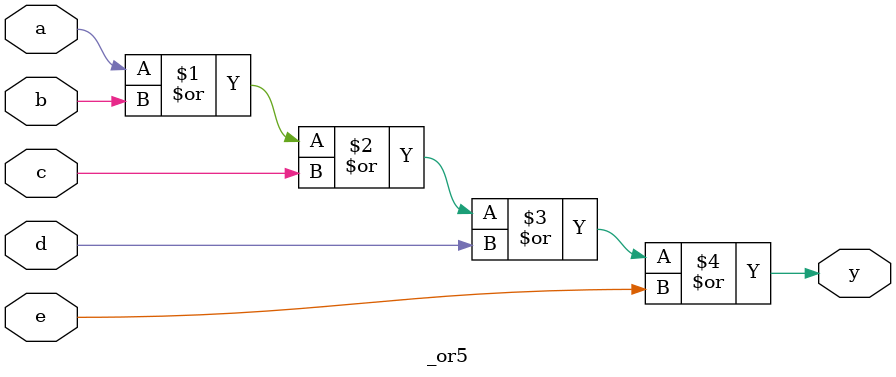
<source format=v>
module _inv(a,y);	//start not gate
input a;				//1input
output y;			//1output
assign y=~a;		//Invert input value.
endmodule			//end not gate

module _nand2(a,b,y);//start 2input nand gate
input a,b;				//2input
output y;				//1output
assign y=~(a&b);		//nand two inputs
endmodule				//end 2input nand gate

module _and2(a,b,y);	//start 2input and gate
input a,b;				//2input
output y;				//1output
assign y=a&b;			//and two inputs
endmodule				//end 2input and gate

module _or2(a,b,y);	//start 2input or gate
input a,b;				//2input
output y;				//1output
assign y=a|b;			//or two inputs
endmodule				//end 2input or gate

module _xor2(a,b,y);	//start 2input xor gate
input a, b;				//2input
output y;				//1output
wire inv_a, inv_b;	//wire inv value a and b
wire w0, w1;			//create w0 and w1
_inv U0_inv(.a(a), .y(inv_a));	//load module inv
_inv U1_inv(.a(b), .y(inv_b));	//load module inv
_and2 U2_and2(.a(inv_a), .b(b), .y(w0));	//load module and
_and2 U3_and2(.a(a),.b(inv_b), .y(w1));	//load module and
_or2 U4_or2(.a(w0), .b(w1),.y(y));			///load module or
endmodule				//end 2input xor gate

module _and3(a,b,c,y);	//start 3input and gate
input a,b,c;				//3input
output y;					//1output
assign y=a&b&c;			//and three inputs
endmodule					//end 3input and gate

module _and4(a,b,c,d,y);//start 4input and gate
input a,b,c,d;				//4input
output y;					//1output
assign y=a&b&c&d;			//and four inputs
endmodule					//end 4input and gate

module _and5(a,b,c,d,e,y);	//start 5input and gate
input a,b,c,d,e;				//5input
output y;						//1output
assign y=a&b&c&d&e;			//and five inputs
endmodule						//end 5input and gate

module _or3(a,b,c,y);	//start 3input or gate
input a,b,c;				//3input
output y;					//1output
assign y=a|b|c;			//or three inputs
endmodule					//end 3input or gate

module _or4(a,b,c,d,y);	//start 4input or gate
input a,b,c,d;				//4input	
output y;					//1output
assign y=a|b|c|d;			//or four inputs
endmodule					//end 4input or gate

module _or5(a,b,c,d,e,y);	//start 5input or gate
input a,b,c,d,e;				//5input	
output y;						//1output
assign y=a|b|c|d|e;			//or five inputs
endmodule						//end 5input or gate

</source>
